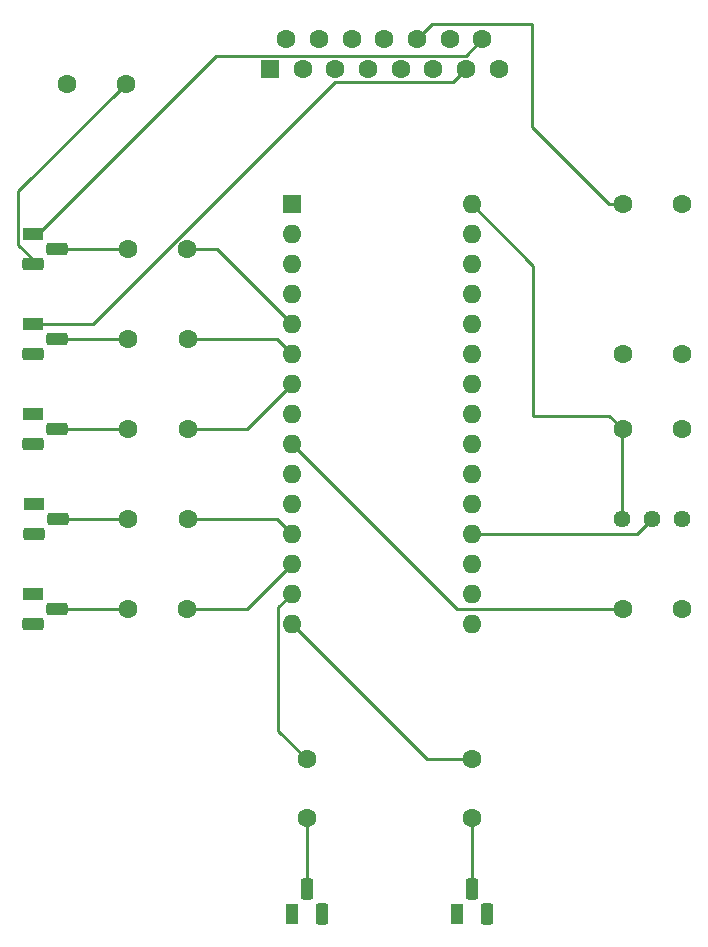
<source format=gbr>
%TF.GenerationSoftware,KiCad,Pcbnew,7.0.10-7.0.10~ubuntu22.04.1*%
%TF.CreationDate,2024-02-16T12:07:06-05:00*%
%TF.ProjectId,kicad,6b696361-642e-46b6-9963-61645f706362,rev?*%
%TF.SameCoordinates,Original*%
%TF.FileFunction,Copper,L1,Top*%
%TF.FilePolarity,Positive*%
%FSLAX46Y46*%
G04 Gerber Fmt 4.6, Leading zero omitted, Abs format (unit mm)*
G04 Created by KiCad (PCBNEW 7.0.10-7.0.10~ubuntu22.04.1) date 2024-02-16 12:07:06*
%MOMM*%
%LPD*%
G01*
G04 APERTURE LIST*
G04 Aperture macros list*
%AMRoundRect*
0 Rectangle with rounded corners*
0 $1 Rounding radius*
0 $2 $3 $4 $5 $6 $7 $8 $9 X,Y pos of 4 corners*
0 Add a 4 corners polygon primitive as box body*
4,1,4,$2,$3,$4,$5,$6,$7,$8,$9,$2,$3,0*
0 Add four circle primitives for the rounded corners*
1,1,$1+$1,$2,$3*
1,1,$1+$1,$4,$5*
1,1,$1+$1,$6,$7*
1,1,$1+$1,$8,$9*
0 Add four rect primitives between the rounded corners*
20,1,$1+$1,$2,$3,$4,$5,0*
20,1,$1+$1,$4,$5,$6,$7,0*
20,1,$1+$1,$6,$7,$8,$9,0*
20,1,$1+$1,$8,$9,$2,$3,0*%
G04 Aperture macros list end*
%TA.AperFunction,ComponentPad*%
%ADD10C,1.600000*%
%TD*%
%TA.AperFunction,ComponentPad*%
%ADD11C,1.440000*%
%TD*%
%TA.AperFunction,ComponentPad*%
%ADD12R,1.800000X1.100000*%
%TD*%
%TA.AperFunction,ComponentPad*%
%ADD13RoundRect,0.275000X-0.625000X0.275000X-0.625000X-0.275000X0.625000X-0.275000X0.625000X0.275000X0*%
%TD*%
%TA.AperFunction,ComponentPad*%
%ADD14R,1.600000X1.600000*%
%TD*%
%TA.AperFunction,ComponentPad*%
%ADD15R,1.100000X1.800000*%
%TD*%
%TA.AperFunction,ComponentPad*%
%ADD16RoundRect,0.275000X-0.275000X-0.625000X0.275000X-0.625000X0.275000X0.625000X-0.275000X0.625000X0*%
%TD*%
%TA.AperFunction,ComponentPad*%
%ADD17O,1.600000X1.600000*%
%TD*%
%TA.AperFunction,Conductor*%
%ADD18C,0.250000*%
%TD*%
G04 APERTURE END LIST*
D10*
%TO.P,SW2,1,A*%
%TO.N,GND*%
X160020000Y-91440000D03*
%TO.P,SW2,2,B*%
%TO.N,Net-(J1-P13)*%
X155020000Y-91440000D03*
%TD*%
D11*
%TO.P,RV1,1,1*%
%TO.N,GND*%
X160020000Y-118110000D03*
%TO.P,RV1,2,2*%
%TO.N,Net-(A1-A0)*%
X157480000Y-118110000D03*
%TO.P,RV1,3,3*%
%TO.N,Net-(A1-VIN)*%
X154940000Y-118110000D03*
%TD*%
D12*
%TO.P,Q4,1,E*%
%TO.N,Net-(Q4-E)*%
X105170000Y-116840000D03*
D13*
%TO.P,Q4,2,B*%
%TO.N,Net-(Q4-B)*%
X107240000Y-118110000D03*
%TO.P,Q4,3,C*%
%TO.N,GND*%
X105170000Y-119380000D03*
%TD*%
D12*
%TO.P,Q3,1,E*%
%TO.N,Net-(Q3-E)*%
X105090000Y-124460000D03*
D13*
%TO.P,Q3,2,B*%
%TO.N,Net-(Q3-B)*%
X107160000Y-125730000D03*
%TO.P,Q3,3,C*%
%TO.N,GND*%
X105090000Y-127000000D03*
%TD*%
D10*
%TO.P,R7,1*%
%TO.N,Net-(Q7-B)*%
X113110000Y-95250000D03*
%TO.P,R7,2*%
%TO.N,Net-(A1-D2)*%
X118110000Y-95250000D03*
%TD*%
D12*
%TO.P,Q6,1,E*%
%TO.N,Net-(Q6-E)*%
X105090000Y-101600000D03*
D13*
%TO.P,Q6,2,B*%
%TO.N,Net-(Q6-B)*%
X107160000Y-102870000D03*
%TO.P,Q6,3,C*%
%TO.N,GND*%
X105090000Y-104140000D03*
%TD*%
D10*
%TO.P,R5,1*%
%TO.N,Net-(Q5-B)*%
X113190000Y-110490000D03*
%TO.P,R5,2*%
%TO.N,Net-(A1-D4)*%
X118190000Y-110490000D03*
%TD*%
%TO.P,SW1,1,A*%
%TO.N,GND*%
X160020000Y-125730000D03*
%TO.P,SW1,2,B*%
%TO.N,Net-(A1-D6)*%
X155020000Y-125730000D03*
%TD*%
D12*
%TO.P,Q7,1,E*%
%TO.N,Net-(J1-P15)*%
X105090000Y-93980000D03*
D13*
%TO.P,Q7,2,B*%
%TO.N,Net-(Q7-B)*%
X107160000Y-95250000D03*
%TO.P,Q7,3,C*%
%TO.N,GND*%
X105090000Y-96520000D03*
%TD*%
D10*
%TO.P,SW4,1,A*%
%TO.N,GND*%
X160020000Y-104140000D03*
%TO.P,SW4,2,B*%
%TO.N,Net-(J1-P111)*%
X155020000Y-104140000D03*
%TD*%
%TO.P,SW5,1,A*%
%TO.N,Net-(SW3-A)*%
X160020000Y-110490000D03*
%TO.P,SW5,2,B*%
%TO.N,Net-(A1-VIN)*%
X155020000Y-110490000D03*
%TD*%
D14*
%TO.P,J1,1,1*%
%TO.N,GND*%
X125155000Y-80010000D03*
D10*
%TO.P,J1,2,2*%
%TO.N,unconnected-(J1-Pad2)*%
X127925000Y-80010000D03*
%TO.P,J1,3,3*%
%TO.N,Net-(SW4-B)*%
X130695000Y-80010000D03*
%TO.P,J1,4,4*%
%TO.N,Net-(Q1-E)*%
X133465000Y-80010000D03*
%TO.P,J1,5,5*%
%TO.N,Net-(Q3-E)*%
X136235000Y-80010000D03*
%TO.P,J1,6,6*%
%TO.N,Net-(Q4-E)*%
X139005000Y-80010000D03*
%TO.P,J1,7,7*%
%TO.N,Net-(Q6-E)*%
X141775000Y-80010000D03*
%TO.P,J1,8,8*%
%TO.N,Net-(SW3-A)*%
X144545000Y-80010000D03*
%TO.P,J1,9,P9*%
%TO.N,unconnected-(J1-P9-Pad9)*%
X126540000Y-77470000D03*
%TO.P,J1,10,P10*%
%TO.N,unconnected-(J1-P10-Pad10)*%
X129310000Y-77470000D03*
%TO.P,J1,11,P111*%
%TO.N,Net-(J1-P111)*%
X132080000Y-77470000D03*
%TO.P,J1,12,P12*%
%TO.N,Net-(J1-P12)*%
X134850000Y-77470000D03*
%TO.P,J1,13,P13*%
%TO.N,Net-(J1-P13)*%
X137620000Y-77470000D03*
%TO.P,J1,14,P14*%
%TO.N,Net-(J1-P14)*%
X140390000Y-77470000D03*
%TO.P,J1,15,P15*%
%TO.N,Net-(J1-P15)*%
X143160000Y-77470000D03*
%TD*%
%TO.P,R3,1*%
%TO.N,Net-(Q3-B)*%
X113110000Y-125730000D03*
%TO.P,R3,2*%
%TO.N,Net-(A1-D10)*%
X118110000Y-125730000D03*
%TD*%
%TO.P,R2,1*%
%TO.N,Net-(Q2-B)*%
X128270000Y-143430000D03*
%TO.P,R2,2*%
%TO.N,Net-(A1-D11)*%
X128270000Y-138430000D03*
%TD*%
%TO.P,R4,1*%
%TO.N,Net-(Q4-B)*%
X113190000Y-118110000D03*
%TO.P,R4,2*%
%TO.N,Net-(A1-D9)*%
X118190000Y-118110000D03*
%TD*%
D12*
%TO.P,Q5,1,E*%
%TO.N,Net-(J1-P14)*%
X105090000Y-109220000D03*
D13*
%TO.P,Q5,2,B*%
%TO.N,Net-(Q5-B)*%
X107160000Y-110490000D03*
%TO.P,Q5,3,C*%
%TO.N,GND*%
X105090000Y-111760000D03*
%TD*%
D10*
%TO.P,SW3,1,A*%
%TO.N,GND*%
X112950000Y-81280000D03*
%TO.P,SW3,2,B*%
%TO.N,Net-(SW4-B)*%
X107950000Y-81280000D03*
%TD*%
%TO.P,R1,1*%
%TO.N,Net-(Q1-B)*%
X142240000Y-143430000D03*
%TO.P,R1,2*%
%TO.N,Net-(A1-D12)*%
X142240000Y-138430000D03*
%TD*%
D15*
%TO.P,Q1,1,E*%
%TO.N,Net-(Q1-E)*%
X140970000Y-151530000D03*
D16*
%TO.P,Q1,2,B*%
%TO.N,Net-(Q1-B)*%
X142240000Y-149460000D03*
%TO.P,Q1,3,C*%
%TO.N,GND*%
X143510000Y-151530000D03*
%TD*%
D14*
%TO.P,A1,1,D1/TX*%
%TO.N,unconnected-(A1-D1{slash}TX-Pad1)*%
X127000000Y-91440000D03*
D17*
%TO.P,A1,2,D0/RX*%
%TO.N,unconnected-(A1-D0{slash}RX-Pad2)*%
X127000000Y-93980000D03*
%TO.P,A1,3,~{RESET}*%
%TO.N,unconnected-(A1-~{RESET}-Pad3)*%
X127000000Y-96520000D03*
%TO.P,A1,4,GND*%
%TO.N,unconnected-(A1-GND-Pad4)*%
X127000000Y-99060000D03*
%TO.P,A1,5,D2*%
%TO.N,Net-(A1-D2)*%
X127000000Y-101600000D03*
%TO.P,A1,6,D3*%
%TO.N,Net-(A1-D3)*%
X127000000Y-104140000D03*
%TO.P,A1,7,D4*%
%TO.N,Net-(A1-D4)*%
X127000000Y-106680000D03*
%TO.P,A1,8,D5*%
%TO.N,unconnected-(A1-D5-Pad8)*%
X127000000Y-109220000D03*
%TO.P,A1,9,D6*%
%TO.N,Net-(A1-D6)*%
X127000000Y-111760000D03*
%TO.P,A1,10,D7*%
%TO.N,unconnected-(A1-D7-Pad10)*%
X127000000Y-114300000D03*
%TO.P,A1,11,D8*%
%TO.N,unconnected-(A1-D8-Pad11)*%
X127000000Y-116840000D03*
%TO.P,A1,12,D9*%
%TO.N,Net-(A1-D9)*%
X127000000Y-119380000D03*
%TO.P,A1,13,D10*%
%TO.N,Net-(A1-D10)*%
X127000000Y-121920000D03*
%TO.P,A1,14,D11*%
%TO.N,Net-(A1-D11)*%
X127000000Y-124460000D03*
%TO.P,A1,15,D12*%
%TO.N,Net-(A1-D12)*%
X127000000Y-127000000D03*
%TO.P,A1,16,D13*%
%TO.N,unconnected-(A1-D13-Pad16)*%
X142240000Y-127000000D03*
%TO.P,A1,17,3V3*%
%TO.N,unconnected-(A1-3V3-Pad17)*%
X142240000Y-124460000D03*
%TO.P,A1,18,AREF*%
%TO.N,unconnected-(A1-AREF-Pad18)*%
X142240000Y-121920000D03*
%TO.P,A1,19,A0*%
%TO.N,Net-(A1-A0)*%
X142240000Y-119380000D03*
%TO.P,A1,20,A1*%
%TO.N,unconnected-(A1-A1-Pad20)*%
X142240000Y-116840000D03*
%TO.P,A1,21,A2*%
%TO.N,unconnected-(A1-A2-Pad21)*%
X142240000Y-114300000D03*
%TO.P,A1,22,A3*%
%TO.N,unconnected-(A1-A3-Pad22)*%
X142240000Y-111760000D03*
%TO.P,A1,23,A4*%
%TO.N,unconnected-(A1-A4-Pad23)*%
X142240000Y-109220000D03*
%TO.P,A1,24,A5*%
%TO.N,unconnected-(A1-A5-Pad24)*%
X142240000Y-106680000D03*
%TO.P,A1,25,A6*%
%TO.N,unconnected-(A1-A6-Pad25)*%
X142240000Y-104140000D03*
%TO.P,A1,26,A7*%
%TO.N,unconnected-(A1-A7-Pad26)*%
X142240000Y-101600000D03*
%TO.P,A1,27,+5V*%
%TO.N,unconnected-(A1-+5V-Pad27)*%
X142240000Y-99060000D03*
%TO.P,A1,28,~{RESET}*%
%TO.N,unconnected-(A1-~{RESET}-Pad28)*%
X142240000Y-96520000D03*
%TO.P,A1,29,GND*%
%TO.N,GND*%
X142240000Y-93980000D03*
%TO.P,A1,30,VIN*%
%TO.N,Net-(A1-VIN)*%
X142240000Y-91440000D03*
%TD*%
D10*
%TO.P,R6,1*%
%TO.N,Net-(Q6-B)*%
X113190000Y-102870000D03*
%TO.P,R6,2*%
%TO.N,Net-(A1-D3)*%
X118190000Y-102870000D03*
%TD*%
D15*
%TO.P,Q2,1,E*%
%TO.N,Net-(J1-P12)*%
X127000000Y-151530000D03*
D16*
%TO.P,Q2,2,B*%
%TO.N,Net-(Q2-B)*%
X128270000Y-149460000D03*
%TO.P,Q2,3,C*%
%TO.N,GND*%
X129540000Y-151530000D03*
%TD*%
D18*
%TO.N,Net-(A1-D2)*%
X120650000Y-95250000D02*
X127000000Y-101600000D01*
X118110000Y-95250000D02*
X120650000Y-95250000D01*
%TO.N,Net-(A1-D3)*%
X125730000Y-102870000D02*
X127000000Y-104140000D01*
X118190000Y-102870000D02*
X125730000Y-102870000D01*
%TO.N,Net-(A1-D4)*%
X118190000Y-110490000D02*
X123190000Y-110490000D01*
X123190000Y-110490000D02*
X127000000Y-106680000D01*
%TO.N,Net-(A1-D6)*%
X140970000Y-125730000D02*
X127000000Y-111760000D01*
X155020000Y-125730000D02*
X140970000Y-125730000D01*
%TO.N,Net-(A1-D9)*%
X118190000Y-118110000D02*
X125730000Y-118110000D01*
X125730000Y-118110000D02*
X127000000Y-119380000D01*
%TO.N,Net-(A1-D10)*%
X123190000Y-125730000D02*
X127000000Y-121920000D01*
X118110000Y-125730000D02*
X123190000Y-125730000D01*
%TO.N,Net-(A1-D11)*%
X128270000Y-138430000D02*
X125875000Y-136035000D01*
X125875000Y-125585000D02*
X127000000Y-124460000D01*
X125875000Y-136035000D02*
X125875000Y-125585000D01*
%TO.N,Net-(A1-D12)*%
X142240000Y-138430000D02*
X138430000Y-138430000D01*
X138430000Y-138430000D02*
X127000000Y-127000000D01*
%TO.N,Net-(A1-A0)*%
X156210000Y-119380000D02*
X142240000Y-119380000D01*
X157480000Y-118110000D02*
X156210000Y-119380000D01*
%TO.N,Net-(A1-VIN)*%
X154940000Y-110570000D02*
X155020000Y-110490000D01*
X154940000Y-118110000D02*
X154940000Y-110570000D01*
X147465000Y-109365000D02*
X147465000Y-96665000D01*
X155020000Y-110490000D02*
X153895000Y-109365000D01*
X147465000Y-96665000D02*
X142240000Y-91440000D01*
X153895000Y-109365000D02*
X147465000Y-109365000D01*
%TO.N,Net-(Q6-E)*%
X140650000Y-81135000D02*
X141775000Y-80010000D01*
X130634009Y-81135000D02*
X140650000Y-81135000D01*
X110169009Y-101600000D02*
X130634009Y-81135000D01*
X105490000Y-101600000D02*
X110169009Y-101600000D01*
%TO.N,Net-(J1-P13)*%
X147320000Y-84871370D02*
X147320000Y-76200000D01*
X138890000Y-76200000D02*
X137620000Y-77470000D01*
X147320000Y-76200000D02*
X138890000Y-76200000D01*
X153888630Y-91440000D02*
X147320000Y-84871370D01*
X155020000Y-91440000D02*
X153888630Y-91440000D01*
%TO.N,Net-(J1-P15)*%
X141745000Y-78885000D02*
X143160000Y-77470000D01*
X105490000Y-93980000D02*
X120585000Y-78885000D01*
X120585000Y-78885000D02*
X141745000Y-78885000D01*
%TO.N,Net-(Q2-B)*%
X128270000Y-149860000D02*
X128270000Y-143430000D01*
%TO.N,Net-(Q3-B)*%
X106760000Y-125730000D02*
X113110000Y-125730000D01*
%TO.N,Net-(Q4-B)*%
X106840000Y-118110000D02*
X113190000Y-118110000D01*
%TO.N,Net-(Q1-B)*%
X142240000Y-149860000D02*
X142240000Y-143430000D01*
%TO.N,GND*%
X103865000Y-94895000D02*
X103865000Y-90365000D01*
X105490000Y-96520000D02*
X103865000Y-94895000D01*
X103865000Y-90365000D02*
X112950000Y-81280000D01*
%TO.N,Net-(Q5-B)*%
X106760000Y-110490000D02*
X113190000Y-110490000D01*
%TO.N,Net-(Q6-B)*%
X106760000Y-102870000D02*
X113190000Y-102870000D01*
%TO.N,Net-(Q7-B)*%
X106760000Y-95250000D02*
X113110000Y-95250000D01*
%TD*%
M02*

</source>
